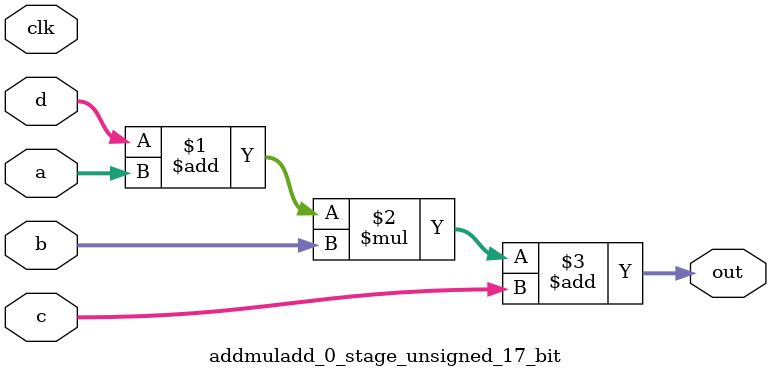
<source format=sv>
(* use_dsp = "yes" *) module addmuladd_0_stage_unsigned_17_bit(
	input  [16:0] a,
	input  [16:0] b,
	input  [16:0] c,
	input  [16:0] d,
	output [16:0] out,
	input clk);

	assign out = ((d + a) * b) + c;
endmodule

</source>
